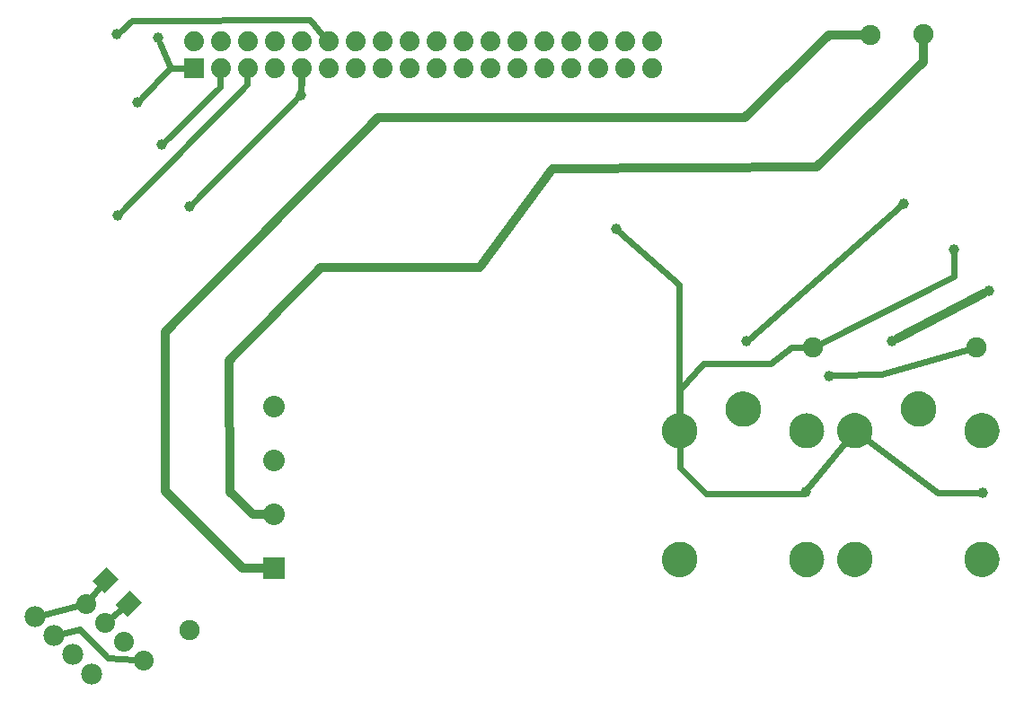
<source format=gtl>
G04 MADE WITH FRITZING*
G04 WWW.FRITZING.ORG*
G04 DOUBLE SIDED*
G04 HOLES PLATED*
G04 CONTOUR ON CENTER OF CONTOUR VECTOR*
%ASAXBY*%
%FSLAX23Y23*%
%MOIN*%
%OFA0B0*%
%SFA1.0B1.0*%
%ADD10C,0.039370*%
%ADD11C,0.078000*%
%ADD12C,0.073889*%
%ADD13C,0.075433*%
%ADD14C,0.080000*%
%ADD15C,0.129921*%
%ADD16C,0.074000*%
%ADD17R,0.080000X0.080000*%
%ADD18R,0.074000X0.074000*%
%ADD19C,0.024000*%
%ADD20C,0.032000*%
%ADD21R,0.001000X0.001000*%
%LNCOPPER1*%
G90*
G70*
G54D10*
X3052Y873D03*
X3709Y868D03*
X572Y2318D03*
X766Y1931D03*
X664Y2163D03*
X495Y2570D03*
X648Y2557D03*
G54D11*
X192Y409D03*
X263Y338D03*
X334Y267D03*
X404Y196D03*
G54D10*
X499Y1899D03*
G54D12*
X595Y244D03*
X524Y315D03*
X453Y385D03*
X383Y456D03*
G54D13*
X766Y357D03*
X3080Y1408D03*
X3686Y1409D03*
X3291Y2569D03*
X3488Y2570D03*
G54D10*
X2350Y1849D03*
X1179Y2344D03*
X2832Y1430D03*
X3416Y1943D03*
X3138Y1303D03*
X3602Y1772D03*
X3733Y1619D03*
X3373Y1432D03*
G54D14*
X1079Y587D03*
X1079Y787D03*
X1079Y987D03*
X1079Y1187D03*
G54D15*
X3471Y1179D03*
X3235Y1099D03*
X3235Y620D03*
X3707Y1099D03*
X3707Y620D03*
X2821Y1179D03*
X2585Y1098D03*
X2585Y620D03*
X3057Y1098D03*
X3057Y620D03*
G54D16*
X781Y2544D03*
X881Y2544D03*
X981Y2544D03*
X1081Y2544D03*
X1181Y2544D03*
X1281Y2544D03*
X1381Y2544D03*
X1481Y2544D03*
X1581Y2544D03*
X1681Y2544D03*
X1781Y2544D03*
X1881Y2544D03*
X1981Y2544D03*
X2081Y2544D03*
X2181Y2544D03*
X2281Y2544D03*
X2381Y2544D03*
X2481Y2544D03*
X781Y2444D03*
X881Y2444D03*
X981Y2444D03*
X1081Y2444D03*
X1181Y2444D03*
X1281Y2444D03*
X1381Y2444D03*
X1481Y2444D03*
X1581Y2444D03*
X1681Y2444D03*
X1781Y2444D03*
X1881Y2444D03*
X1981Y2444D03*
X2081Y2444D03*
X2181Y2444D03*
X2281Y2444D03*
X2381Y2444D03*
X2481Y2444D03*
G54D17*
X1079Y587D03*
G54D18*
X781Y2444D03*
G54D19*
X3064Y888D02*
X3212Y1070D01*
D02*
X2671Y1347D02*
X2923Y1347D01*
D02*
X2923Y1347D02*
X3000Y1409D01*
D02*
X2587Y1251D02*
X2671Y1347D01*
D02*
X3000Y1409D02*
X3051Y1409D01*
D02*
X2585Y1135D02*
X2587Y1251D01*
D02*
X2582Y1643D02*
X2364Y1836D01*
D02*
X1211Y2624D02*
X1260Y2567D01*
D02*
X694Y2444D02*
X585Y2332D01*
D02*
X3541Y869D02*
X3690Y868D01*
D02*
X2584Y1135D02*
X2582Y1643D01*
D02*
X3264Y1077D02*
X3541Y869D01*
D02*
X750Y2444D02*
X694Y2444D01*
D02*
X509Y2583D02*
X553Y2622D01*
D02*
X553Y2622D02*
X1211Y2624D01*
D02*
X655Y2539D02*
X695Y2444D01*
D02*
X695Y2444D02*
X750Y2444D01*
D02*
X677Y2176D02*
X880Y2374D01*
D02*
X880Y2374D02*
X880Y2413D01*
D02*
X512Y1913D02*
X980Y2385D01*
D02*
X980Y2385D02*
X980Y2413D01*
D02*
X349Y448D02*
X221Y416D01*
D02*
X480Y407D02*
X515Y437D01*
D02*
X433Y519D02*
X404Y483D01*
D02*
X464Y254D02*
X360Y362D01*
D02*
X360Y362D02*
X292Y345D01*
D02*
X561Y247D02*
X464Y254D01*
G54D20*
D02*
X3138Y2567D02*
X3256Y2569D01*
D02*
X2825Y2263D02*
X3138Y2567D01*
D02*
X1467Y2262D02*
X2825Y2263D01*
D02*
X675Y1466D02*
X1467Y2262D01*
D02*
X677Y874D02*
X675Y1466D01*
D02*
X962Y587D02*
X677Y874D01*
D02*
X1042Y587D02*
X962Y587D01*
D02*
X1254Y1706D02*
X913Y1359D01*
D02*
X1842Y1704D02*
X1254Y1706D01*
D02*
X2111Y2070D02*
X1842Y1704D01*
D02*
X3094Y2078D02*
X2111Y2070D01*
D02*
X916Y871D02*
X1003Y789D01*
D02*
X913Y1359D02*
X916Y871D01*
D02*
X1003Y789D02*
X1042Y788D01*
D02*
X3489Y2469D02*
X3094Y2078D01*
D02*
X3488Y2535D02*
X3489Y2469D01*
G54D19*
D02*
X3044Y864D02*
X3212Y1070D01*
D02*
X2681Y864D02*
X3044Y864D01*
D02*
X2585Y960D02*
X2681Y864D01*
D02*
X2585Y1061D02*
X2585Y960D01*
D02*
X1180Y2348D02*
X779Y1944D01*
D02*
X1181Y2413D02*
X1180Y2348D01*
D02*
X1180Y2413D02*
X1179Y2363D01*
D02*
X2846Y1443D02*
X3401Y1931D01*
D02*
X3333Y1307D02*
X3157Y1304D01*
D02*
X3658Y1401D02*
X3333Y1307D01*
D02*
X3604Y1671D02*
X3602Y1753D01*
D02*
X3105Y1421D02*
X3604Y1671D01*
G54D20*
D02*
X3711Y1607D02*
X3394Y1443D01*
G36*
X491Y453D02*
X544Y506D01*
X588Y462D01*
X536Y409D01*
X491Y453D01*
G37*
D02*
G36*
X405Y540D02*
X458Y593D01*
X502Y548D01*
X449Y495D01*
X405Y540D01*
G37*
D02*
G54D21*
X3462Y1244D02*
X3479Y1244D01*
X2810Y1243D02*
X2830Y1243D01*
X3457Y1243D02*
X3484Y1243D01*
X2805Y1242D02*
X2835Y1242D01*
X3453Y1242D02*
X3488Y1242D01*
X2801Y1241D02*
X2839Y1241D01*
X3449Y1241D02*
X3491Y1241D01*
X2798Y1240D02*
X2841Y1240D01*
X3447Y1240D02*
X3494Y1240D01*
X2796Y1239D02*
X2844Y1239D01*
X3444Y1239D02*
X3496Y1239D01*
X2793Y1238D02*
X2846Y1238D01*
X3442Y1238D02*
X3498Y1238D01*
X2791Y1237D02*
X2848Y1237D01*
X3440Y1237D02*
X3500Y1237D01*
X2789Y1236D02*
X2850Y1236D01*
X3439Y1236D02*
X3502Y1236D01*
X2788Y1235D02*
X2852Y1235D01*
X3437Y1235D02*
X3504Y1235D01*
X2786Y1234D02*
X2854Y1234D01*
X3435Y1234D02*
X3505Y1234D01*
X2785Y1233D02*
X2855Y1233D01*
X3434Y1233D02*
X3507Y1233D01*
X2783Y1232D02*
X2857Y1232D01*
X3433Y1232D02*
X3508Y1232D01*
X2782Y1231D02*
X2858Y1231D01*
X3431Y1231D02*
X3510Y1231D01*
X2780Y1230D02*
X2859Y1230D01*
X3430Y1230D02*
X3511Y1230D01*
X2779Y1229D02*
X2861Y1229D01*
X3429Y1229D02*
X3512Y1229D01*
X2778Y1228D02*
X2862Y1228D01*
X3428Y1228D02*
X3513Y1228D01*
X2777Y1227D02*
X2863Y1227D01*
X3426Y1227D02*
X3514Y1227D01*
X2776Y1226D02*
X2864Y1226D01*
X3425Y1226D02*
X3515Y1226D01*
X2775Y1225D02*
X2865Y1225D01*
X3424Y1225D02*
X3516Y1225D01*
X2774Y1224D02*
X2866Y1224D01*
X3423Y1224D02*
X3517Y1224D01*
X2773Y1223D02*
X2867Y1223D01*
X3423Y1223D02*
X3518Y1223D01*
X2772Y1222D02*
X2868Y1222D01*
X3422Y1222D02*
X3519Y1222D01*
X2771Y1221D02*
X2869Y1221D01*
X3421Y1221D02*
X3520Y1221D01*
X2770Y1220D02*
X2870Y1220D01*
X3420Y1220D02*
X3521Y1220D01*
X2769Y1219D02*
X2870Y1219D01*
X3419Y1219D02*
X3521Y1219D01*
X2769Y1218D02*
X2871Y1218D01*
X3419Y1218D02*
X3522Y1218D01*
X2768Y1217D02*
X2872Y1217D01*
X3418Y1217D02*
X3523Y1217D01*
X2767Y1216D02*
X2873Y1216D01*
X3417Y1216D02*
X3524Y1216D01*
X2767Y1215D02*
X2873Y1215D01*
X3416Y1215D02*
X3524Y1215D01*
X2766Y1214D02*
X2874Y1214D01*
X3416Y1214D02*
X3525Y1214D01*
X2765Y1213D02*
X2875Y1213D01*
X3415Y1213D02*
X3526Y1213D01*
X2765Y1212D02*
X2875Y1212D01*
X3415Y1212D02*
X3526Y1212D01*
X2764Y1211D02*
X2876Y1211D01*
X3414Y1211D02*
X3527Y1211D01*
X2763Y1210D02*
X2876Y1210D01*
X3413Y1210D02*
X3527Y1210D01*
X2763Y1209D02*
X2877Y1209D01*
X3413Y1209D02*
X3528Y1209D01*
X2762Y1208D02*
X2877Y1208D01*
X3412Y1208D02*
X3528Y1208D01*
X2762Y1207D02*
X2878Y1207D01*
X3412Y1207D02*
X3529Y1207D01*
X2761Y1206D02*
X2878Y1206D01*
X3411Y1206D02*
X3529Y1206D01*
X2761Y1205D02*
X2879Y1205D01*
X3411Y1205D02*
X3465Y1205D01*
X3476Y1205D02*
X3530Y1205D01*
X2761Y1204D02*
X2814Y1204D01*
X2826Y1204D02*
X2879Y1204D01*
X3411Y1204D02*
X3462Y1204D01*
X3479Y1204D02*
X3530Y1204D01*
X2760Y1203D02*
X2811Y1203D01*
X2829Y1203D02*
X2880Y1203D01*
X3410Y1203D02*
X3459Y1203D01*
X3482Y1203D02*
X3530Y1203D01*
X2760Y1202D02*
X2808Y1202D01*
X2832Y1202D02*
X2880Y1202D01*
X3410Y1202D02*
X3457Y1202D01*
X3483Y1202D02*
X3531Y1202D01*
X2759Y1201D02*
X2806Y1201D01*
X2833Y1201D02*
X2880Y1201D01*
X3410Y1201D02*
X3455Y1201D01*
X3485Y1201D02*
X3531Y1201D01*
X2759Y1200D02*
X2805Y1200D01*
X2835Y1200D02*
X2881Y1200D01*
X3409Y1200D02*
X3454Y1200D01*
X3486Y1200D02*
X3532Y1200D01*
X2759Y1199D02*
X2804Y1199D01*
X2836Y1199D02*
X2881Y1199D01*
X3409Y1199D02*
X3453Y1199D01*
X3488Y1199D02*
X3532Y1199D01*
X2758Y1198D02*
X2802Y1198D01*
X2837Y1198D02*
X2881Y1198D01*
X3409Y1198D02*
X3452Y1198D01*
X3489Y1198D02*
X3532Y1198D01*
X2758Y1197D02*
X2801Y1197D01*
X2839Y1197D02*
X2882Y1197D01*
X3408Y1197D02*
X3451Y1197D01*
X3490Y1197D02*
X3532Y1197D01*
X2758Y1196D02*
X2800Y1196D01*
X2839Y1196D02*
X2882Y1196D01*
X3408Y1196D02*
X3450Y1196D01*
X3491Y1196D02*
X3533Y1196D01*
X2758Y1195D02*
X2800Y1195D01*
X2840Y1195D02*
X2882Y1195D01*
X3408Y1195D02*
X3449Y1195D01*
X3491Y1195D02*
X3533Y1195D01*
X2757Y1194D02*
X2799Y1194D01*
X2841Y1194D02*
X2882Y1194D01*
X3408Y1194D02*
X3449Y1194D01*
X3492Y1194D02*
X3533Y1194D01*
X2757Y1193D02*
X2798Y1193D01*
X2842Y1193D02*
X2883Y1193D01*
X3407Y1193D02*
X3448Y1193D01*
X3493Y1193D02*
X3533Y1193D01*
X2757Y1192D02*
X2797Y1192D01*
X2842Y1192D02*
X2883Y1192D01*
X3407Y1192D02*
X3447Y1192D01*
X3493Y1192D02*
X3534Y1192D01*
X2757Y1191D02*
X2797Y1191D01*
X2843Y1191D02*
X2883Y1191D01*
X3407Y1191D02*
X3447Y1191D01*
X3494Y1191D02*
X3534Y1191D01*
X2757Y1190D02*
X2796Y1190D01*
X2844Y1190D02*
X2883Y1190D01*
X3407Y1190D02*
X3446Y1190D01*
X3494Y1190D02*
X3534Y1190D01*
X2756Y1189D02*
X2796Y1189D01*
X2844Y1189D02*
X2883Y1189D01*
X3407Y1189D02*
X3446Y1189D01*
X3495Y1189D02*
X3534Y1189D01*
X2756Y1188D02*
X2795Y1188D01*
X2844Y1188D02*
X2884Y1188D01*
X3407Y1188D02*
X3446Y1188D01*
X3495Y1188D02*
X3534Y1188D01*
X2756Y1187D02*
X2795Y1187D01*
X2845Y1187D02*
X2884Y1187D01*
X3406Y1187D02*
X3445Y1187D01*
X3495Y1187D02*
X3534Y1187D01*
X2756Y1186D02*
X2795Y1186D01*
X2845Y1186D02*
X2884Y1186D01*
X3406Y1186D02*
X3445Y1186D01*
X3496Y1186D02*
X3534Y1186D01*
X2756Y1185D02*
X2794Y1185D01*
X2845Y1185D02*
X2884Y1185D01*
X3406Y1185D02*
X3445Y1185D01*
X3496Y1185D02*
X3535Y1185D01*
X2756Y1184D02*
X2794Y1184D01*
X2846Y1184D02*
X2884Y1184D01*
X3406Y1184D02*
X3445Y1184D01*
X3496Y1184D02*
X3535Y1184D01*
X2756Y1183D02*
X2794Y1183D01*
X2846Y1183D02*
X2884Y1183D01*
X3406Y1183D02*
X3444Y1183D01*
X3496Y1183D02*
X3535Y1183D01*
X2756Y1182D02*
X2794Y1182D01*
X2846Y1182D02*
X2884Y1182D01*
X3406Y1182D02*
X3444Y1182D01*
X3496Y1182D02*
X3535Y1182D01*
X2756Y1181D02*
X2794Y1181D01*
X2846Y1181D02*
X2884Y1181D01*
X3406Y1181D02*
X3444Y1181D01*
X3496Y1181D02*
X3535Y1181D01*
X2756Y1180D02*
X2794Y1180D01*
X2846Y1180D02*
X2884Y1180D01*
X3406Y1180D02*
X3444Y1180D01*
X3496Y1180D02*
X3535Y1180D01*
X2756Y1179D02*
X2794Y1179D01*
X2846Y1179D02*
X2884Y1179D01*
X3406Y1179D02*
X3444Y1179D01*
X3496Y1179D02*
X3535Y1179D01*
X2756Y1178D02*
X2794Y1178D01*
X2846Y1178D02*
X2884Y1178D01*
X3406Y1178D02*
X3444Y1178D01*
X3496Y1178D02*
X3535Y1178D01*
X2756Y1177D02*
X2794Y1177D01*
X2846Y1177D02*
X2884Y1177D01*
X3406Y1177D02*
X3444Y1177D01*
X3496Y1177D02*
X3535Y1177D01*
X2756Y1176D02*
X2794Y1176D01*
X2846Y1176D02*
X2884Y1176D01*
X3406Y1176D02*
X3445Y1176D01*
X3496Y1176D02*
X3535Y1176D01*
X2756Y1175D02*
X2794Y1175D01*
X2846Y1175D02*
X2884Y1175D01*
X3406Y1175D02*
X3445Y1175D01*
X3496Y1175D02*
X3535Y1175D01*
X2756Y1174D02*
X2794Y1174D01*
X2846Y1174D02*
X2884Y1174D01*
X3406Y1174D02*
X3445Y1174D01*
X3496Y1174D02*
X3534Y1174D01*
X2756Y1173D02*
X2794Y1173D01*
X2845Y1173D02*
X2884Y1173D01*
X3406Y1173D02*
X3445Y1173D01*
X3496Y1173D02*
X3534Y1173D01*
X2756Y1172D02*
X2795Y1172D01*
X2845Y1172D02*
X2884Y1172D01*
X3407Y1172D02*
X3445Y1172D01*
X3495Y1172D02*
X3534Y1172D01*
X2756Y1171D02*
X2795Y1171D01*
X2845Y1171D02*
X2884Y1171D01*
X3407Y1171D02*
X3446Y1171D01*
X3495Y1171D02*
X3534Y1171D01*
X2756Y1170D02*
X2795Y1170D01*
X2844Y1170D02*
X2884Y1170D01*
X3407Y1170D02*
X3446Y1170D01*
X3495Y1170D02*
X3534Y1170D01*
X2756Y1169D02*
X2796Y1169D01*
X2844Y1169D02*
X2883Y1169D01*
X3407Y1169D02*
X3447Y1169D01*
X3494Y1169D02*
X3534Y1169D01*
X2757Y1168D02*
X2796Y1168D01*
X2844Y1168D02*
X2883Y1168D01*
X3407Y1168D02*
X3447Y1168D01*
X3494Y1168D02*
X3534Y1168D01*
X2757Y1167D02*
X2797Y1167D01*
X2843Y1167D02*
X2883Y1167D01*
X3407Y1167D02*
X3448Y1167D01*
X3493Y1167D02*
X3533Y1167D01*
X2757Y1166D02*
X2797Y1166D01*
X2842Y1166D02*
X2883Y1166D01*
X3408Y1166D02*
X3448Y1166D01*
X3492Y1166D02*
X3533Y1166D01*
X2757Y1165D02*
X2798Y1165D01*
X2842Y1165D02*
X2883Y1165D01*
X3408Y1165D02*
X3449Y1165D01*
X3492Y1165D02*
X3533Y1165D01*
X2757Y1164D02*
X2799Y1164D01*
X2841Y1164D02*
X2882Y1164D01*
X3234Y1164D02*
X3234Y1164D01*
X3408Y1164D02*
X3450Y1164D01*
X3491Y1164D02*
X3533Y1164D01*
X2580Y1163D02*
X2587Y1163D01*
X2758Y1163D02*
X2800Y1163D01*
X2840Y1163D02*
X2882Y1163D01*
X3053Y1163D02*
X3060Y1163D01*
X3224Y1163D02*
X3244Y1163D01*
X3408Y1163D02*
X3451Y1163D01*
X3490Y1163D02*
X3532Y1163D01*
X3697Y1163D02*
X3717Y1163D01*
X2572Y1162D02*
X2595Y1162D01*
X2758Y1162D02*
X2800Y1162D01*
X2840Y1162D02*
X2882Y1162D01*
X3045Y1162D02*
X3068Y1162D01*
X3219Y1162D02*
X3249Y1162D01*
X3409Y1162D02*
X3451Y1162D01*
X3489Y1162D02*
X3532Y1162D01*
X3692Y1162D02*
X3722Y1162D01*
X2568Y1161D02*
X2600Y1161D01*
X2758Y1161D02*
X2801Y1161D01*
X2839Y1161D02*
X2882Y1161D01*
X3040Y1161D02*
X3072Y1161D01*
X3215Y1161D02*
X3253Y1161D01*
X3409Y1161D02*
X3453Y1161D01*
X3488Y1161D02*
X3532Y1161D01*
X3688Y1161D02*
X3725Y1161D01*
X2564Y1160D02*
X2603Y1160D01*
X2758Y1160D02*
X2802Y1160D01*
X2838Y1160D02*
X2881Y1160D01*
X3037Y1160D02*
X3076Y1160D01*
X3212Y1160D02*
X3256Y1160D01*
X3409Y1160D02*
X3454Y1160D01*
X3487Y1160D02*
X3532Y1160D01*
X3685Y1160D02*
X3728Y1160D01*
X2561Y1159D02*
X2606Y1159D01*
X2759Y1159D02*
X2804Y1159D01*
X2836Y1159D02*
X2881Y1159D01*
X3034Y1159D02*
X3078Y1159D01*
X3210Y1159D02*
X3259Y1159D01*
X3409Y1159D02*
X3455Y1159D01*
X3486Y1159D02*
X3531Y1159D01*
X3682Y1159D02*
X3731Y1159D01*
X2559Y1158D02*
X2609Y1158D01*
X2759Y1158D02*
X2805Y1158D01*
X2835Y1158D02*
X2881Y1158D01*
X3031Y1158D02*
X3081Y1158D01*
X3208Y1158D02*
X3261Y1158D01*
X3410Y1158D02*
X3456Y1158D01*
X3484Y1158D02*
X3531Y1158D01*
X3680Y1158D02*
X3733Y1158D01*
X2557Y1157D02*
X2611Y1157D01*
X2759Y1157D02*
X2806Y1157D01*
X2833Y1157D02*
X2880Y1157D01*
X3029Y1157D02*
X3083Y1157D01*
X3206Y1157D02*
X3263Y1157D01*
X3410Y1157D02*
X3458Y1157D01*
X3482Y1157D02*
X3531Y1157D01*
X3678Y1157D02*
X3735Y1157D01*
X2555Y1156D02*
X2613Y1156D01*
X2760Y1156D02*
X2808Y1156D01*
X2832Y1156D02*
X2880Y1156D01*
X3027Y1156D02*
X3085Y1156D01*
X3204Y1156D02*
X3265Y1156D01*
X3410Y1156D02*
X3460Y1156D01*
X3480Y1156D02*
X3530Y1156D01*
X3676Y1156D02*
X3737Y1156D01*
X2553Y1155D02*
X2615Y1155D01*
X2760Y1155D02*
X2811Y1155D01*
X2829Y1155D02*
X2880Y1155D01*
X3025Y1155D02*
X3087Y1155D01*
X3202Y1155D02*
X3266Y1155D01*
X3411Y1155D02*
X3463Y1155D01*
X3478Y1155D02*
X3530Y1155D01*
X3674Y1155D02*
X3739Y1155D01*
X2551Y1154D02*
X2616Y1154D01*
X2761Y1154D02*
X2814Y1154D01*
X2826Y1154D02*
X2879Y1154D01*
X3024Y1154D02*
X3089Y1154D01*
X3200Y1154D02*
X3268Y1154D01*
X3411Y1154D02*
X3529Y1154D01*
X3673Y1154D02*
X3740Y1154D01*
X2550Y1153D02*
X2618Y1153D01*
X2761Y1153D02*
X2879Y1153D01*
X3022Y1153D02*
X3090Y1153D01*
X3199Y1153D02*
X3270Y1153D01*
X3412Y1153D02*
X3529Y1153D01*
X3671Y1153D02*
X3742Y1153D01*
X2548Y1152D02*
X2620Y1152D01*
X2761Y1152D02*
X2878Y1152D01*
X3020Y1152D02*
X3092Y1152D01*
X3197Y1152D02*
X3271Y1152D01*
X3412Y1152D02*
X3528Y1152D01*
X3670Y1152D02*
X3743Y1152D01*
X2547Y1151D02*
X2621Y1151D01*
X2762Y1151D02*
X2878Y1151D01*
X3019Y1151D02*
X3093Y1151D01*
X3196Y1151D02*
X3272Y1151D01*
X3413Y1151D02*
X3528Y1151D01*
X3668Y1151D02*
X3745Y1151D01*
X2545Y1150D02*
X2622Y1150D01*
X2762Y1150D02*
X2877Y1150D01*
X3018Y1150D02*
X3095Y1150D01*
X3195Y1150D02*
X3274Y1150D01*
X3413Y1150D02*
X3528Y1150D01*
X3667Y1150D02*
X3746Y1150D01*
X2544Y1149D02*
X2624Y1149D01*
X2763Y1149D02*
X2877Y1149D01*
X3016Y1149D02*
X3096Y1149D01*
X3193Y1149D02*
X3275Y1149D01*
X3414Y1149D02*
X3527Y1149D01*
X3666Y1149D02*
X3748Y1149D01*
X2543Y1148D02*
X2625Y1148D01*
X2763Y1148D02*
X2876Y1148D01*
X3015Y1148D02*
X3097Y1148D01*
X3192Y1148D02*
X3276Y1148D01*
X3414Y1148D02*
X3526Y1148D01*
X3664Y1148D02*
X3749Y1148D01*
X2541Y1147D02*
X2626Y1147D01*
X2764Y1147D02*
X2876Y1147D01*
X3014Y1147D02*
X3098Y1147D01*
X3191Y1147D02*
X3277Y1147D01*
X3415Y1147D02*
X3526Y1147D01*
X3663Y1147D02*
X3750Y1147D01*
X2540Y1146D02*
X2627Y1146D01*
X2765Y1146D02*
X2875Y1146D01*
X3013Y1146D02*
X3100Y1146D01*
X3190Y1146D02*
X3279Y1146D01*
X3416Y1146D02*
X3525Y1146D01*
X3662Y1146D02*
X3751Y1146D01*
X2539Y1145D02*
X2628Y1145D01*
X2765Y1145D02*
X2875Y1145D01*
X3012Y1145D02*
X3101Y1145D01*
X3189Y1145D02*
X3280Y1145D01*
X3416Y1145D02*
X3525Y1145D01*
X3661Y1145D02*
X3752Y1145D01*
X2538Y1144D02*
X2629Y1144D01*
X2766Y1144D02*
X2874Y1144D01*
X3011Y1144D02*
X3102Y1144D01*
X3188Y1144D02*
X3281Y1144D01*
X3417Y1144D02*
X3524Y1144D01*
X3660Y1144D02*
X3753Y1144D01*
X2537Y1143D02*
X2630Y1143D01*
X2767Y1143D02*
X2873Y1143D01*
X3010Y1143D02*
X3103Y1143D01*
X3187Y1143D02*
X3281Y1143D01*
X3417Y1143D02*
X3523Y1143D01*
X3659Y1143D02*
X3754Y1143D01*
X2536Y1142D02*
X2631Y1142D01*
X2767Y1142D02*
X2873Y1142D01*
X3009Y1142D02*
X3104Y1142D01*
X3186Y1142D02*
X3282Y1142D01*
X3418Y1142D02*
X3523Y1142D01*
X3658Y1142D02*
X3755Y1142D01*
X2535Y1141D02*
X2632Y1141D01*
X2768Y1141D02*
X2872Y1141D01*
X3008Y1141D02*
X3104Y1141D01*
X3185Y1141D02*
X3283Y1141D01*
X3419Y1141D02*
X3522Y1141D01*
X3658Y1141D02*
X3756Y1141D01*
X2535Y1140D02*
X2633Y1140D01*
X2769Y1140D02*
X2871Y1140D01*
X3007Y1140D02*
X3105Y1140D01*
X3184Y1140D02*
X3284Y1140D01*
X3420Y1140D02*
X3521Y1140D01*
X3657Y1140D02*
X3756Y1140D01*
X2534Y1139D02*
X2634Y1139D01*
X2769Y1139D02*
X2870Y1139D01*
X3006Y1139D02*
X3106Y1139D01*
X3184Y1139D02*
X3285Y1139D01*
X3420Y1139D02*
X3520Y1139D01*
X3656Y1139D02*
X3757Y1139D01*
X2533Y1138D02*
X2634Y1138D01*
X2770Y1138D02*
X2870Y1138D01*
X3005Y1138D02*
X3107Y1138D01*
X3183Y1138D02*
X3285Y1138D01*
X3421Y1138D02*
X3520Y1138D01*
X3655Y1138D02*
X3758Y1138D01*
X2532Y1137D02*
X2635Y1137D01*
X2771Y1137D02*
X2869Y1137D01*
X3005Y1137D02*
X3108Y1137D01*
X3182Y1137D02*
X3286Y1137D01*
X3422Y1137D02*
X3519Y1137D01*
X3655Y1137D02*
X3759Y1137D01*
X2532Y1136D02*
X2636Y1136D01*
X2772Y1136D02*
X2868Y1136D01*
X3004Y1136D02*
X3108Y1136D01*
X3181Y1136D02*
X3287Y1136D01*
X3423Y1136D02*
X3518Y1136D01*
X3654Y1136D02*
X3759Y1136D01*
X2531Y1135D02*
X2637Y1135D01*
X2773Y1135D02*
X2867Y1135D01*
X3003Y1135D02*
X3109Y1135D01*
X3181Y1135D02*
X3288Y1135D01*
X3424Y1135D02*
X3517Y1135D01*
X3653Y1135D02*
X3760Y1135D01*
X2530Y1134D02*
X2637Y1134D01*
X2774Y1134D02*
X2866Y1134D01*
X3003Y1134D02*
X3110Y1134D01*
X3180Y1134D02*
X3288Y1134D01*
X3425Y1134D02*
X3516Y1134D01*
X3652Y1134D02*
X3761Y1134D01*
X2530Y1133D02*
X2638Y1133D01*
X2775Y1133D02*
X2865Y1133D01*
X3002Y1133D02*
X3110Y1133D01*
X3179Y1133D02*
X3289Y1133D01*
X3426Y1133D02*
X3515Y1133D01*
X3652Y1133D02*
X3761Y1133D01*
X2529Y1132D02*
X2639Y1132D01*
X2776Y1132D02*
X2864Y1132D01*
X3001Y1132D02*
X3111Y1132D01*
X3179Y1132D02*
X3290Y1132D01*
X3427Y1132D02*
X3514Y1132D01*
X3651Y1132D02*
X3762Y1132D01*
X2528Y1131D02*
X2639Y1131D01*
X2777Y1131D02*
X2863Y1131D01*
X3001Y1131D02*
X3112Y1131D01*
X3178Y1131D02*
X3290Y1131D01*
X3428Y1131D02*
X3513Y1131D01*
X3651Y1131D02*
X3762Y1131D01*
X2528Y1130D02*
X2640Y1130D01*
X2778Y1130D02*
X2862Y1130D01*
X3000Y1130D02*
X3112Y1130D01*
X3178Y1130D02*
X3291Y1130D01*
X3429Y1130D02*
X3512Y1130D01*
X3650Y1130D02*
X3763Y1130D01*
X2527Y1129D02*
X2640Y1129D01*
X2779Y1129D02*
X2861Y1129D01*
X2999Y1129D02*
X3113Y1129D01*
X3177Y1129D02*
X3291Y1129D01*
X3431Y1129D02*
X3510Y1129D01*
X3650Y1129D02*
X3764Y1129D01*
X2527Y1128D02*
X2641Y1128D01*
X2780Y1128D02*
X2859Y1128D01*
X2999Y1128D02*
X3113Y1128D01*
X3177Y1128D02*
X3292Y1128D01*
X3432Y1128D02*
X3509Y1128D01*
X3649Y1128D02*
X3764Y1128D01*
X2526Y1127D02*
X2641Y1127D01*
X2782Y1127D02*
X2858Y1127D01*
X2998Y1127D02*
X3114Y1127D01*
X3176Y1127D02*
X3292Y1127D01*
X3433Y1127D02*
X3507Y1127D01*
X3649Y1127D02*
X3765Y1127D01*
X2526Y1126D02*
X2642Y1126D01*
X2783Y1126D02*
X2857Y1126D01*
X2998Y1126D02*
X3114Y1126D01*
X3176Y1126D02*
X3293Y1126D01*
X3435Y1126D02*
X3506Y1126D01*
X3648Y1126D02*
X3765Y1126D01*
X2525Y1125D02*
X2642Y1125D01*
X2785Y1125D02*
X2855Y1125D01*
X2998Y1125D02*
X3115Y1125D01*
X3175Y1125D02*
X3293Y1125D01*
X3436Y1125D02*
X3505Y1125D01*
X3648Y1125D02*
X3766Y1125D01*
X2525Y1124D02*
X2643Y1124D01*
X2786Y1124D02*
X2854Y1124D01*
X2997Y1124D02*
X3115Y1124D01*
X3175Y1124D02*
X3228Y1124D01*
X3241Y1124D02*
X3294Y1124D01*
X3438Y1124D02*
X3503Y1124D01*
X3647Y1124D02*
X3700Y1124D01*
X3713Y1124D02*
X3766Y1124D01*
X2524Y1123D02*
X2576Y1123D01*
X2591Y1123D02*
X2643Y1123D01*
X2788Y1123D02*
X2852Y1123D01*
X2997Y1123D02*
X3049Y1123D01*
X3064Y1123D02*
X3116Y1123D01*
X3174Y1123D02*
X3225Y1123D01*
X3244Y1123D02*
X3294Y1123D01*
X3439Y1123D02*
X3501Y1123D01*
X3647Y1123D02*
X3697Y1123D01*
X3716Y1123D02*
X3766Y1123D01*
X2524Y1122D02*
X2574Y1122D01*
X2594Y1122D02*
X2644Y1122D01*
X2789Y1122D02*
X2850Y1122D01*
X2996Y1122D02*
X3046Y1122D01*
X3066Y1122D02*
X3116Y1122D01*
X3174Y1122D02*
X3222Y1122D01*
X3246Y1122D02*
X3294Y1122D01*
X3441Y1122D02*
X3499Y1122D01*
X3646Y1122D02*
X3695Y1122D01*
X3718Y1122D02*
X3767Y1122D01*
X2524Y1121D02*
X2572Y1121D01*
X2596Y1121D02*
X2644Y1121D01*
X2791Y1121D02*
X2849Y1121D01*
X2996Y1121D02*
X3044Y1121D01*
X3068Y1121D02*
X3116Y1121D01*
X3174Y1121D02*
X3221Y1121D01*
X3248Y1121D02*
X3295Y1121D01*
X3443Y1121D02*
X3497Y1121D01*
X3646Y1121D02*
X3693Y1121D01*
X3720Y1121D02*
X3767Y1121D01*
X2523Y1120D02*
X2570Y1120D01*
X2598Y1120D02*
X2644Y1120D01*
X2793Y1120D02*
X2846Y1120D01*
X2996Y1120D02*
X3042Y1120D01*
X3070Y1120D02*
X3117Y1120D01*
X3173Y1120D02*
X3219Y1120D01*
X3249Y1120D02*
X3295Y1120D01*
X3445Y1120D02*
X3495Y1120D01*
X3646Y1120D02*
X3691Y1120D01*
X3722Y1120D02*
X3767Y1120D01*
X2523Y1119D02*
X2568Y1119D01*
X2599Y1119D02*
X2645Y1119D01*
X2796Y1119D02*
X2844Y1119D01*
X2995Y1119D02*
X3041Y1119D01*
X3072Y1119D02*
X3117Y1119D01*
X3173Y1119D02*
X3218Y1119D01*
X3251Y1119D02*
X3295Y1119D01*
X3448Y1119D02*
X3493Y1119D01*
X3645Y1119D02*
X3690Y1119D01*
X3723Y1119D02*
X3768Y1119D01*
X2522Y1118D02*
X2567Y1118D01*
X2600Y1118D02*
X2645Y1118D01*
X2798Y1118D02*
X2841Y1118D01*
X2995Y1118D02*
X3039Y1118D01*
X3073Y1118D02*
X3117Y1118D01*
X3173Y1118D02*
X3217Y1118D01*
X3252Y1118D02*
X3296Y1118D01*
X3451Y1118D02*
X3490Y1118D01*
X3645Y1118D02*
X3689Y1118D01*
X3724Y1118D02*
X3768Y1118D01*
X2522Y1117D02*
X2566Y1117D01*
X2602Y1117D02*
X2645Y1117D01*
X2801Y1117D02*
X2839Y1117D01*
X2995Y1117D02*
X3038Y1117D01*
X3074Y1117D02*
X3118Y1117D01*
X3172Y1117D02*
X3215Y1117D01*
X3253Y1117D02*
X3296Y1117D01*
X3455Y1117D02*
X3486Y1117D01*
X3645Y1117D02*
X3688Y1117D01*
X3725Y1117D02*
X3768Y1117D01*
X2522Y1116D02*
X2565Y1116D01*
X2603Y1116D02*
X2646Y1116D01*
X2805Y1116D02*
X2835Y1116D01*
X2994Y1116D02*
X3037Y1116D01*
X3075Y1116D02*
X3118Y1116D01*
X3172Y1116D02*
X3215Y1116D01*
X3254Y1116D02*
X3296Y1116D01*
X3459Y1116D02*
X3481Y1116D01*
X3645Y1116D02*
X3687Y1116D01*
X3726Y1116D02*
X3769Y1116D01*
X2522Y1115D02*
X2564Y1115D01*
X2604Y1115D02*
X2646Y1115D01*
X2810Y1115D02*
X2830Y1115D01*
X2994Y1115D02*
X3036Y1115D01*
X3076Y1115D02*
X3118Y1115D01*
X3172Y1115D02*
X3214Y1115D01*
X3255Y1115D02*
X3297Y1115D01*
X3468Y1115D02*
X3473Y1115D01*
X3644Y1115D02*
X3686Y1115D01*
X3727Y1115D02*
X3769Y1115D01*
X2521Y1114D02*
X2563Y1114D01*
X2604Y1114D02*
X2646Y1114D01*
X2994Y1114D02*
X3035Y1114D01*
X3077Y1114D02*
X3119Y1114D01*
X3172Y1114D02*
X3213Y1114D01*
X3255Y1114D02*
X3297Y1114D01*
X3644Y1114D02*
X3685Y1114D01*
X3728Y1114D02*
X3769Y1114D01*
X2521Y1113D02*
X2562Y1113D01*
X2605Y1113D02*
X2646Y1113D01*
X2994Y1113D02*
X3035Y1113D01*
X3078Y1113D02*
X3119Y1113D01*
X3171Y1113D02*
X3212Y1113D01*
X3256Y1113D02*
X3297Y1113D01*
X3644Y1113D02*
X3685Y1113D01*
X3729Y1113D02*
X3769Y1113D01*
X2521Y1112D02*
X2562Y1112D01*
X2606Y1112D02*
X2647Y1112D01*
X2993Y1112D02*
X3034Y1112D01*
X3078Y1112D02*
X3119Y1112D01*
X3171Y1112D02*
X3212Y1112D01*
X3257Y1112D02*
X3297Y1112D01*
X3644Y1112D02*
X3684Y1112D01*
X3729Y1112D02*
X3770Y1112D01*
X2521Y1111D02*
X2561Y1111D01*
X2606Y1111D02*
X2647Y1111D01*
X2993Y1111D02*
X3033Y1111D01*
X3079Y1111D02*
X3119Y1111D01*
X3171Y1111D02*
X3211Y1111D01*
X3257Y1111D02*
X3297Y1111D01*
X3643Y1111D02*
X3683Y1111D01*
X3730Y1111D02*
X3770Y1111D01*
X2521Y1110D02*
X2561Y1110D01*
X2607Y1110D02*
X2647Y1110D01*
X2993Y1110D02*
X3033Y1110D01*
X3079Y1110D02*
X3119Y1110D01*
X3171Y1110D02*
X3211Y1110D01*
X3258Y1110D02*
X3298Y1110D01*
X3643Y1110D02*
X3683Y1110D01*
X3730Y1110D02*
X3770Y1110D01*
X2520Y1109D02*
X2560Y1109D01*
X2607Y1109D02*
X2647Y1109D01*
X2993Y1109D02*
X3032Y1109D01*
X3080Y1109D02*
X3120Y1109D01*
X3171Y1109D02*
X3210Y1109D01*
X3258Y1109D02*
X3298Y1109D01*
X3643Y1109D02*
X3682Y1109D01*
X3731Y1109D02*
X3770Y1109D01*
X2520Y1108D02*
X2560Y1108D01*
X2608Y1108D02*
X2647Y1108D01*
X2993Y1108D02*
X3032Y1108D01*
X3080Y1108D02*
X3120Y1108D01*
X3171Y1108D02*
X3210Y1108D01*
X3259Y1108D02*
X3298Y1108D01*
X3643Y1108D02*
X3682Y1108D01*
X3731Y1108D02*
X3770Y1108D01*
X2520Y1107D02*
X2559Y1107D01*
X2608Y1107D02*
X2647Y1107D01*
X2992Y1107D02*
X3032Y1107D01*
X3081Y1107D02*
X3120Y1107D01*
X3170Y1107D02*
X3209Y1107D01*
X3259Y1107D02*
X3298Y1107D01*
X3643Y1107D02*
X3682Y1107D01*
X3731Y1107D02*
X3770Y1107D01*
X2520Y1106D02*
X2559Y1106D01*
X2609Y1106D02*
X2648Y1106D01*
X2992Y1106D02*
X3031Y1106D01*
X3081Y1106D02*
X3120Y1106D01*
X3170Y1106D02*
X3209Y1106D01*
X3259Y1106D02*
X3298Y1106D01*
X3643Y1106D02*
X3681Y1106D01*
X3732Y1106D02*
X3771Y1106D01*
X2520Y1105D02*
X2559Y1105D01*
X2609Y1105D02*
X2648Y1105D01*
X2992Y1105D02*
X3031Y1105D01*
X3081Y1105D02*
X3120Y1105D01*
X3170Y1105D02*
X3209Y1105D01*
X3260Y1105D02*
X3298Y1105D01*
X3642Y1105D02*
X3681Y1105D01*
X3732Y1105D02*
X3771Y1105D01*
X2520Y1104D02*
X2558Y1104D01*
X2609Y1104D02*
X2648Y1104D01*
X2992Y1104D02*
X3031Y1104D01*
X3082Y1104D02*
X3120Y1104D01*
X3170Y1104D02*
X3208Y1104D01*
X3260Y1104D02*
X3298Y1104D01*
X3642Y1104D02*
X3681Y1104D01*
X3732Y1104D02*
X3771Y1104D01*
X2520Y1103D02*
X2558Y1103D01*
X2610Y1103D02*
X2648Y1103D01*
X2992Y1103D02*
X3030Y1103D01*
X3082Y1103D02*
X3120Y1103D01*
X3170Y1103D02*
X3208Y1103D01*
X3260Y1103D02*
X3298Y1103D01*
X3642Y1103D02*
X3681Y1103D01*
X3732Y1103D02*
X3771Y1103D01*
X2520Y1102D02*
X2558Y1102D01*
X2610Y1102D02*
X2648Y1102D01*
X2992Y1102D02*
X3030Y1102D01*
X3082Y1102D02*
X3120Y1102D01*
X3170Y1102D02*
X3208Y1102D01*
X3260Y1102D02*
X3298Y1102D01*
X3642Y1102D02*
X3681Y1102D01*
X3733Y1102D02*
X3771Y1102D01*
X2519Y1101D02*
X2558Y1101D01*
X2610Y1101D02*
X2648Y1101D01*
X2992Y1101D02*
X3030Y1101D01*
X3082Y1101D02*
X3120Y1101D01*
X3170Y1101D02*
X3208Y1101D01*
X3260Y1101D02*
X3299Y1101D01*
X3642Y1101D02*
X3681Y1101D01*
X3733Y1101D02*
X3771Y1101D01*
X2519Y1100D02*
X2558Y1100D01*
X2610Y1100D02*
X2648Y1100D01*
X2992Y1100D02*
X3030Y1100D01*
X3082Y1100D02*
X3120Y1100D01*
X3170Y1100D02*
X3208Y1100D01*
X3260Y1100D02*
X3299Y1100D01*
X3642Y1100D02*
X3680Y1100D01*
X3733Y1100D02*
X3771Y1100D01*
X2519Y1099D02*
X2558Y1099D01*
X2610Y1099D02*
X2648Y1099D01*
X2992Y1099D02*
X3030Y1099D01*
X3082Y1099D02*
X3121Y1099D01*
X3170Y1099D02*
X3208Y1099D01*
X3260Y1099D02*
X3299Y1099D01*
X3642Y1099D02*
X3680Y1099D01*
X3733Y1099D02*
X3771Y1099D01*
X2519Y1098D02*
X2558Y1098D01*
X2610Y1098D02*
X2648Y1098D01*
X2992Y1098D02*
X3030Y1098D01*
X3082Y1098D02*
X3121Y1098D01*
X3170Y1098D02*
X3208Y1098D01*
X3260Y1098D02*
X3299Y1098D01*
X3642Y1098D02*
X3680Y1098D01*
X3733Y1098D02*
X3771Y1098D01*
X2519Y1097D02*
X2558Y1097D01*
X2610Y1097D02*
X2648Y1097D01*
X2992Y1097D02*
X3030Y1097D01*
X3082Y1097D02*
X3121Y1097D01*
X3170Y1097D02*
X3208Y1097D01*
X3260Y1097D02*
X3299Y1097D01*
X3642Y1097D02*
X3681Y1097D01*
X3733Y1097D02*
X3771Y1097D01*
X2519Y1096D02*
X2558Y1096D01*
X2610Y1096D02*
X2648Y1096D01*
X2992Y1096D02*
X3030Y1096D01*
X3082Y1096D02*
X3120Y1096D01*
X3170Y1096D02*
X3208Y1096D01*
X3260Y1096D02*
X3298Y1096D01*
X3642Y1096D02*
X3681Y1096D01*
X3733Y1096D02*
X3771Y1096D01*
X2520Y1095D02*
X2558Y1095D01*
X2610Y1095D02*
X2648Y1095D01*
X2992Y1095D02*
X3030Y1095D01*
X3082Y1095D02*
X3120Y1095D01*
X3170Y1095D02*
X3208Y1095D01*
X3260Y1095D02*
X3298Y1095D01*
X3642Y1095D02*
X3681Y1095D01*
X3732Y1095D02*
X3771Y1095D01*
X2520Y1094D02*
X2558Y1094D01*
X2610Y1094D02*
X2648Y1094D01*
X2992Y1094D02*
X3030Y1094D01*
X3082Y1094D02*
X3120Y1094D01*
X3170Y1094D02*
X3209Y1094D01*
X3260Y1094D02*
X3298Y1094D01*
X3642Y1094D02*
X3681Y1094D01*
X3732Y1094D02*
X3771Y1094D01*
X2520Y1093D02*
X2558Y1093D01*
X2609Y1093D02*
X2648Y1093D01*
X2992Y1093D02*
X3030Y1093D01*
X3082Y1093D02*
X3120Y1093D01*
X3170Y1093D02*
X3209Y1093D01*
X3260Y1093D02*
X3298Y1093D01*
X3642Y1093D02*
X3681Y1093D01*
X3732Y1093D02*
X3771Y1093D01*
X2520Y1092D02*
X2558Y1092D01*
X2609Y1092D02*
X2648Y1092D01*
X2992Y1092D02*
X3031Y1092D01*
X3082Y1092D02*
X3120Y1092D01*
X3170Y1092D02*
X3209Y1092D01*
X3259Y1092D02*
X3298Y1092D01*
X3643Y1092D02*
X3681Y1092D01*
X3732Y1092D02*
X3771Y1092D01*
X2520Y1091D02*
X2559Y1091D01*
X2609Y1091D02*
X2648Y1091D01*
X2992Y1091D02*
X3031Y1091D01*
X3081Y1091D02*
X3120Y1091D01*
X3170Y1091D02*
X3209Y1091D01*
X3259Y1091D02*
X3298Y1091D01*
X3643Y1091D02*
X3682Y1091D01*
X3731Y1091D02*
X3770Y1091D01*
X2520Y1090D02*
X2559Y1090D01*
X2609Y1090D02*
X2648Y1090D01*
X2992Y1090D02*
X3031Y1090D01*
X3081Y1090D02*
X3120Y1090D01*
X3171Y1090D02*
X3210Y1090D01*
X3259Y1090D02*
X3298Y1090D01*
X3643Y1090D02*
X3682Y1090D01*
X3731Y1090D02*
X3770Y1090D01*
X2520Y1089D02*
X2559Y1089D01*
X2608Y1089D02*
X2647Y1089D01*
X2993Y1089D02*
X3032Y1089D01*
X3080Y1089D02*
X3120Y1089D01*
X3171Y1089D02*
X3210Y1089D01*
X3258Y1089D02*
X3298Y1089D01*
X3643Y1089D02*
X3683Y1089D01*
X3731Y1089D02*
X3770Y1089D01*
X2520Y1088D02*
X2560Y1088D01*
X2608Y1088D02*
X2647Y1088D01*
X2993Y1088D02*
X3032Y1088D01*
X3080Y1088D02*
X3120Y1088D01*
X3171Y1088D02*
X3211Y1088D01*
X3258Y1088D02*
X3298Y1088D01*
X3643Y1088D02*
X3683Y1088D01*
X3730Y1088D02*
X3770Y1088D01*
X2520Y1087D02*
X2560Y1087D01*
X2607Y1087D02*
X2647Y1087D01*
X2993Y1087D02*
X3033Y1087D01*
X3080Y1087D02*
X3119Y1087D01*
X3171Y1087D02*
X3211Y1087D01*
X3257Y1087D02*
X3297Y1087D01*
X3643Y1087D02*
X3684Y1087D01*
X3730Y1087D02*
X3770Y1087D01*
X2521Y1086D02*
X2561Y1086D01*
X2607Y1086D02*
X2647Y1086D01*
X2993Y1086D02*
X3033Y1086D01*
X3079Y1086D02*
X3119Y1086D01*
X3171Y1086D02*
X3212Y1086D01*
X3257Y1086D02*
X3297Y1086D01*
X3644Y1086D02*
X3684Y1086D01*
X3729Y1086D02*
X3770Y1086D01*
X2521Y1085D02*
X2561Y1085D01*
X2606Y1085D02*
X2647Y1085D01*
X2993Y1085D02*
X3034Y1085D01*
X3079Y1085D02*
X3119Y1085D01*
X3171Y1085D02*
X3212Y1085D01*
X3256Y1085D02*
X3297Y1085D01*
X3644Y1085D02*
X3685Y1085D01*
X3729Y1085D02*
X3769Y1085D01*
X2521Y1084D02*
X2562Y1084D01*
X2606Y1084D02*
X2646Y1084D01*
X2993Y1084D02*
X3034Y1084D01*
X3078Y1084D02*
X3119Y1084D01*
X3172Y1084D02*
X3213Y1084D01*
X3255Y1084D02*
X3297Y1084D01*
X3644Y1084D02*
X3685Y1084D01*
X3728Y1084D02*
X3769Y1084D01*
X2521Y1083D02*
X2563Y1083D01*
X2605Y1083D02*
X2646Y1083D01*
X2994Y1083D02*
X3035Y1083D01*
X3077Y1083D02*
X3119Y1083D01*
X3172Y1083D02*
X3214Y1083D01*
X3255Y1083D02*
X3296Y1083D01*
X3644Y1083D02*
X3686Y1083D01*
X3727Y1083D02*
X3769Y1083D01*
X2522Y1082D02*
X2564Y1082D01*
X2604Y1082D02*
X2646Y1082D01*
X2994Y1082D02*
X3036Y1082D01*
X3076Y1082D02*
X3118Y1082D01*
X3172Y1082D02*
X3215Y1082D01*
X3254Y1082D02*
X3296Y1082D01*
X3645Y1082D02*
X3687Y1082D01*
X3726Y1082D02*
X3769Y1082D01*
X2522Y1081D02*
X2564Y1081D01*
X2603Y1081D02*
X2646Y1081D01*
X2994Y1081D02*
X3037Y1081D01*
X3075Y1081D02*
X3118Y1081D01*
X3172Y1081D02*
X3216Y1081D01*
X3253Y1081D02*
X3296Y1081D01*
X3645Y1081D02*
X3688Y1081D01*
X3725Y1081D02*
X3768Y1081D01*
X2522Y1080D02*
X2565Y1080D01*
X2602Y1080D02*
X2645Y1080D01*
X2994Y1080D02*
X3038Y1080D01*
X3074Y1080D02*
X3118Y1080D01*
X3173Y1080D02*
X3217Y1080D01*
X3252Y1080D02*
X3296Y1080D01*
X3645Y1080D02*
X3689Y1080D01*
X3724Y1080D02*
X3768Y1080D01*
X2522Y1079D02*
X2567Y1079D01*
X2601Y1079D02*
X2645Y1079D01*
X2995Y1079D02*
X3039Y1079D01*
X3073Y1079D02*
X3118Y1079D01*
X3173Y1079D02*
X3218Y1079D01*
X3250Y1079D02*
X3295Y1079D01*
X3645Y1079D02*
X3690Y1079D01*
X3723Y1079D02*
X3768Y1079D01*
X2523Y1078D02*
X2568Y1078D01*
X2600Y1078D02*
X2645Y1078D01*
X2995Y1078D02*
X3040Y1078D01*
X3072Y1078D02*
X3117Y1078D01*
X3173Y1078D02*
X3219Y1078D01*
X3249Y1078D02*
X3295Y1078D01*
X3646Y1078D02*
X3691Y1078D01*
X3722Y1078D02*
X3767Y1078D01*
X2523Y1077D02*
X2569Y1077D01*
X2599Y1077D02*
X2645Y1077D01*
X2995Y1077D02*
X3041Y1077D01*
X3071Y1077D02*
X3117Y1077D01*
X3174Y1077D02*
X3221Y1077D01*
X3248Y1077D02*
X3295Y1077D01*
X3646Y1077D02*
X3693Y1077D01*
X3720Y1077D02*
X3767Y1077D01*
X2523Y1076D02*
X2571Y1076D01*
X2597Y1076D02*
X2644Y1076D01*
X2996Y1076D02*
X3043Y1076D01*
X3069Y1076D02*
X3117Y1076D01*
X3174Y1076D02*
X3223Y1076D01*
X3246Y1076D02*
X3294Y1076D01*
X3646Y1076D02*
X3695Y1076D01*
X3718Y1076D02*
X3767Y1076D01*
X2524Y1075D02*
X2573Y1075D01*
X2595Y1075D02*
X2644Y1075D01*
X2996Y1075D02*
X3045Y1075D01*
X3067Y1075D02*
X3116Y1075D01*
X3174Y1075D02*
X3225Y1075D01*
X3243Y1075D02*
X3294Y1075D01*
X3647Y1075D02*
X3697Y1075D01*
X3716Y1075D02*
X3766Y1075D01*
X2524Y1074D02*
X2575Y1074D01*
X2592Y1074D02*
X2643Y1074D01*
X2996Y1074D02*
X3047Y1074D01*
X3065Y1074D02*
X3116Y1074D01*
X3175Y1074D02*
X3228Y1074D01*
X3240Y1074D02*
X3294Y1074D01*
X3647Y1074D02*
X3700Y1074D01*
X3713Y1074D02*
X3766Y1074D01*
X2524Y1073D02*
X2579Y1073D01*
X2589Y1073D02*
X2643Y1073D01*
X2997Y1073D02*
X3051Y1073D01*
X3061Y1073D02*
X3115Y1073D01*
X3175Y1073D02*
X3293Y1073D01*
X3648Y1073D02*
X3766Y1073D01*
X2525Y1072D02*
X2643Y1072D01*
X2997Y1072D02*
X3115Y1072D01*
X3176Y1072D02*
X3293Y1072D01*
X3648Y1072D02*
X3765Y1072D01*
X2525Y1071D02*
X2642Y1071D01*
X2998Y1071D02*
X3114Y1071D01*
X3176Y1071D02*
X3292Y1071D01*
X3649Y1071D02*
X3765Y1071D01*
X2526Y1070D02*
X2642Y1070D01*
X2998Y1070D02*
X3114Y1070D01*
X3177Y1070D02*
X3292Y1070D01*
X3649Y1070D02*
X3764Y1070D01*
X2526Y1069D02*
X2641Y1069D01*
X2999Y1069D02*
X3114Y1069D01*
X3177Y1069D02*
X3291Y1069D01*
X3650Y1069D02*
X3764Y1069D01*
X2527Y1068D02*
X2641Y1068D01*
X2999Y1068D02*
X3113Y1068D01*
X3178Y1068D02*
X3291Y1068D01*
X3650Y1068D02*
X3763Y1068D01*
X2527Y1067D02*
X2640Y1067D01*
X3000Y1067D02*
X3112Y1067D01*
X3178Y1067D02*
X3290Y1067D01*
X3651Y1067D02*
X3762Y1067D01*
X2528Y1066D02*
X2639Y1066D01*
X3000Y1066D02*
X3112Y1066D01*
X3179Y1066D02*
X3289Y1066D01*
X3651Y1066D02*
X3762Y1066D01*
X2529Y1065D02*
X2639Y1065D01*
X3001Y1065D02*
X3111Y1065D01*
X3180Y1065D02*
X3289Y1065D01*
X3652Y1065D02*
X3761Y1065D01*
X2529Y1064D02*
X2638Y1064D01*
X3002Y1064D02*
X3111Y1064D01*
X3180Y1064D02*
X3288Y1064D01*
X3653Y1064D02*
X3761Y1064D01*
X2530Y1063D02*
X2638Y1063D01*
X3002Y1063D02*
X3110Y1063D01*
X3181Y1063D02*
X3288Y1063D01*
X3653Y1063D02*
X3760Y1063D01*
X2531Y1062D02*
X2637Y1062D01*
X3003Y1062D02*
X3109Y1062D01*
X3182Y1062D02*
X3287Y1062D01*
X3654Y1062D02*
X3759Y1062D01*
X2531Y1061D02*
X2636Y1061D01*
X3004Y1061D02*
X3109Y1061D01*
X3182Y1061D02*
X3286Y1061D01*
X3655Y1061D02*
X3759Y1061D01*
X2532Y1060D02*
X2636Y1060D01*
X3004Y1060D02*
X3108Y1060D01*
X3183Y1060D02*
X3285Y1060D01*
X3655Y1060D02*
X3758Y1060D01*
X2533Y1059D02*
X2635Y1059D01*
X3005Y1059D02*
X3107Y1059D01*
X3184Y1059D02*
X3285Y1059D01*
X3656Y1059D02*
X3757Y1059D01*
X2533Y1058D02*
X2634Y1058D01*
X3006Y1058D02*
X3106Y1058D01*
X3184Y1058D02*
X3284Y1058D01*
X3657Y1058D02*
X3756Y1058D01*
X2534Y1057D02*
X2633Y1057D01*
X3007Y1057D02*
X3106Y1057D01*
X3185Y1057D02*
X3283Y1057D01*
X3658Y1057D02*
X3755Y1057D01*
X2535Y1056D02*
X2632Y1056D01*
X3007Y1056D02*
X3105Y1056D01*
X3186Y1056D02*
X3282Y1056D01*
X3659Y1056D02*
X3755Y1056D01*
X2536Y1055D02*
X2632Y1055D01*
X3008Y1055D02*
X3104Y1055D01*
X3187Y1055D02*
X3281Y1055D01*
X3659Y1055D02*
X3754Y1055D01*
X2537Y1054D02*
X2631Y1054D01*
X3009Y1054D02*
X3103Y1054D01*
X3188Y1054D02*
X3280Y1054D01*
X3660Y1054D02*
X3753Y1054D01*
X2538Y1053D02*
X2630Y1053D01*
X3010Y1053D02*
X3102Y1053D01*
X3189Y1053D02*
X3279Y1053D01*
X3661Y1053D02*
X3752Y1053D01*
X2539Y1052D02*
X2629Y1052D01*
X3011Y1052D02*
X3101Y1052D01*
X3190Y1052D02*
X3278Y1052D01*
X3662Y1052D02*
X3751Y1052D01*
X2540Y1051D02*
X2628Y1051D01*
X3012Y1051D02*
X3100Y1051D01*
X3191Y1051D02*
X3277Y1051D01*
X3664Y1051D02*
X3750Y1051D01*
X2541Y1050D02*
X2627Y1050D01*
X3013Y1050D02*
X3099Y1050D01*
X3192Y1050D02*
X3276Y1050D01*
X3665Y1050D02*
X3748Y1050D01*
X2542Y1049D02*
X2625Y1049D01*
X3014Y1049D02*
X3098Y1049D01*
X3193Y1049D02*
X3275Y1049D01*
X3666Y1049D02*
X3747Y1049D01*
X2543Y1048D02*
X2624Y1048D01*
X3016Y1048D02*
X3097Y1048D01*
X3195Y1048D02*
X3274Y1048D01*
X3667Y1048D02*
X3746Y1048D01*
X2545Y1047D02*
X2623Y1047D01*
X3017Y1047D02*
X3095Y1047D01*
X3196Y1047D02*
X3272Y1047D01*
X3668Y1047D02*
X3745Y1047D01*
X2546Y1046D02*
X2622Y1046D01*
X3018Y1046D02*
X3094Y1046D01*
X3197Y1046D02*
X3271Y1046D01*
X3670Y1046D02*
X3743Y1046D01*
X2547Y1045D02*
X2620Y1045D01*
X3020Y1045D02*
X3093Y1045D01*
X3199Y1045D02*
X3269Y1045D01*
X3671Y1045D02*
X3742Y1045D01*
X2549Y1044D02*
X2619Y1044D01*
X3021Y1044D02*
X3091Y1044D01*
X3201Y1044D02*
X3268Y1044D01*
X3673Y1044D02*
X3740Y1044D01*
X2550Y1043D02*
X2617Y1043D01*
X3023Y1043D02*
X3089Y1043D01*
X3202Y1043D02*
X3266Y1043D01*
X3675Y1043D02*
X3739Y1043D01*
X2552Y1042D02*
X2615Y1042D01*
X3024Y1042D02*
X3088Y1042D01*
X3204Y1042D02*
X3265Y1042D01*
X3676Y1042D02*
X3737Y1042D01*
X2554Y1041D02*
X2614Y1041D01*
X3026Y1041D02*
X3086Y1041D01*
X3206Y1041D02*
X3263Y1041D01*
X3678Y1041D02*
X3735Y1041D01*
X2556Y1040D02*
X2612Y1040D01*
X3028Y1040D02*
X3084Y1040D01*
X3208Y1040D02*
X3261Y1040D01*
X3680Y1040D02*
X3733Y1040D01*
X2558Y1039D02*
X2610Y1039D01*
X3030Y1039D02*
X3082Y1039D01*
X3210Y1039D02*
X3258Y1039D01*
X3682Y1039D02*
X3731Y1039D01*
X2560Y1038D02*
X2607Y1038D01*
X3033Y1038D02*
X3080Y1038D01*
X3213Y1038D02*
X3256Y1038D01*
X3685Y1038D02*
X3728Y1038D01*
X2563Y1037D02*
X2604Y1037D01*
X3035Y1037D02*
X3077Y1037D01*
X3216Y1037D02*
X3253Y1037D01*
X3688Y1037D02*
X3725Y1037D01*
X2566Y1036D02*
X2601Y1036D01*
X3039Y1036D02*
X3074Y1036D01*
X3220Y1036D02*
X3249Y1036D01*
X3692Y1036D02*
X3721Y1036D01*
X2570Y1035D02*
X2597Y1035D01*
X3043Y1035D02*
X3070Y1035D01*
X3225Y1035D02*
X3243Y1035D01*
X3697Y1035D02*
X3716Y1035D01*
X2576Y1034D02*
X2592Y1034D01*
X3048Y1034D02*
X3064Y1034D01*
X3226Y685D02*
X3242Y685D01*
X3698Y685D02*
X3715Y685D01*
X2574Y684D02*
X2593Y684D01*
X3047Y684D02*
X3066Y684D01*
X3220Y684D02*
X3248Y684D01*
X3693Y684D02*
X3720Y684D01*
X2569Y683D02*
X2598Y683D01*
X3042Y683D02*
X3071Y683D01*
X3217Y683D02*
X3252Y683D01*
X3689Y683D02*
X3724Y683D01*
X2565Y682D02*
X2602Y682D01*
X3038Y682D02*
X3075Y682D01*
X3213Y682D02*
X3255Y682D01*
X3686Y682D02*
X3727Y682D01*
X2562Y681D02*
X2605Y681D01*
X3035Y681D02*
X3078Y681D01*
X3211Y681D02*
X3258Y681D01*
X3683Y681D02*
X3730Y681D01*
X2559Y680D02*
X2608Y680D01*
X3032Y680D02*
X3080Y680D01*
X3208Y680D02*
X3260Y680D01*
X3681Y680D02*
X3733Y680D01*
X2557Y679D02*
X2610Y679D01*
X3030Y679D02*
X3083Y679D01*
X3206Y679D02*
X3262Y679D01*
X3679Y679D02*
X3735Y679D01*
X2555Y678D02*
X2612Y678D01*
X3028Y678D02*
X3085Y678D01*
X3204Y678D02*
X3264Y678D01*
X3676Y678D02*
X3737Y678D01*
X2553Y677D02*
X2614Y677D01*
X3026Y677D02*
X3087Y677D01*
X3202Y677D02*
X3266Y677D01*
X3675Y677D02*
X3738Y677D01*
X2552Y676D02*
X2616Y676D01*
X3024Y676D02*
X3088Y676D01*
X3201Y676D02*
X3268Y676D01*
X3673Y676D02*
X3740Y676D01*
X2550Y675D02*
X2618Y675D01*
X3022Y675D02*
X3090Y675D01*
X3199Y675D02*
X3269Y675D01*
X3672Y675D02*
X3742Y675D01*
X2548Y674D02*
X2619Y674D01*
X3021Y674D02*
X3091Y674D01*
X3198Y674D02*
X3271Y674D01*
X3670Y674D02*
X3743Y674D01*
X2547Y673D02*
X2621Y673D01*
X3019Y673D02*
X3093Y673D01*
X3196Y673D02*
X3272Y673D01*
X3669Y673D02*
X3744Y673D01*
X2546Y672D02*
X2622Y672D01*
X3018Y672D02*
X3094Y672D01*
X3195Y672D02*
X3273Y672D01*
X3667Y672D02*
X3746Y672D01*
X2544Y671D02*
X2623Y671D01*
X3017Y671D02*
X3096Y671D01*
X3194Y671D02*
X3275Y671D01*
X3666Y671D02*
X3747Y671D01*
X2543Y670D02*
X2625Y670D01*
X3015Y670D02*
X3097Y670D01*
X3192Y670D02*
X3276Y670D01*
X3665Y670D02*
X3748Y670D01*
X2542Y669D02*
X2626Y669D01*
X3014Y669D02*
X3098Y669D01*
X3191Y669D02*
X3277Y669D01*
X3664Y669D02*
X3749Y669D01*
X2541Y668D02*
X2627Y668D01*
X3013Y668D02*
X3099Y668D01*
X3190Y668D02*
X3278Y668D01*
X3663Y668D02*
X3751Y668D01*
X2540Y667D02*
X2628Y667D01*
X3012Y667D02*
X3100Y667D01*
X3189Y667D02*
X3279Y667D01*
X3662Y667D02*
X3752Y667D01*
X2538Y666D02*
X2629Y666D01*
X3011Y666D02*
X3101Y666D01*
X3188Y666D02*
X3280Y666D01*
X3661Y666D02*
X3753Y666D01*
X2538Y665D02*
X2630Y665D01*
X3010Y665D02*
X3102Y665D01*
X3187Y665D02*
X3281Y665D01*
X3660Y665D02*
X3753Y665D01*
X2537Y664D02*
X2631Y664D01*
X3009Y664D02*
X3103Y664D01*
X3186Y664D02*
X3282Y664D01*
X3659Y664D02*
X3754Y664D01*
X2536Y663D02*
X2632Y663D01*
X3008Y663D02*
X3104Y663D01*
X3185Y663D02*
X3283Y663D01*
X3658Y663D02*
X3755Y663D01*
X2535Y662D02*
X2633Y662D01*
X3007Y662D02*
X3105Y662D01*
X3185Y662D02*
X3284Y662D01*
X3657Y662D02*
X3756Y662D01*
X2534Y661D02*
X2634Y661D01*
X3006Y661D02*
X3106Y661D01*
X3184Y661D02*
X3285Y661D01*
X3656Y661D02*
X3757Y661D01*
X2533Y660D02*
X2634Y660D01*
X3006Y660D02*
X3107Y660D01*
X3183Y660D02*
X3285Y660D01*
X3655Y660D02*
X3758Y660D01*
X2533Y659D02*
X2635Y659D01*
X3005Y659D02*
X3107Y659D01*
X3182Y659D02*
X3286Y659D01*
X3655Y659D02*
X3758Y659D01*
X2532Y658D02*
X2636Y658D01*
X3004Y658D02*
X3108Y658D01*
X3182Y658D02*
X3287Y658D01*
X3654Y658D02*
X3759Y658D01*
X2531Y657D02*
X2636Y657D01*
X3003Y657D02*
X3109Y657D01*
X3181Y657D02*
X3287Y657D01*
X3653Y657D02*
X3760Y657D01*
X2530Y656D02*
X2637Y656D01*
X3003Y656D02*
X3110Y656D01*
X3180Y656D02*
X3288Y656D01*
X3653Y656D02*
X3760Y656D01*
X2530Y655D02*
X2638Y655D01*
X3002Y655D02*
X3110Y655D01*
X3180Y655D02*
X3289Y655D01*
X3652Y655D02*
X3761Y655D01*
X2529Y654D02*
X2638Y654D01*
X3001Y654D02*
X3111Y654D01*
X3179Y654D02*
X3289Y654D01*
X3651Y654D02*
X3762Y654D01*
X2528Y653D02*
X2639Y653D01*
X3001Y653D02*
X3111Y653D01*
X3178Y653D02*
X3290Y653D01*
X3651Y653D02*
X3762Y653D01*
X2528Y652D02*
X2640Y652D01*
X3000Y652D02*
X3112Y652D01*
X3178Y652D02*
X3291Y652D01*
X3650Y652D02*
X3763Y652D01*
X2527Y651D02*
X2640Y651D01*
X3000Y651D02*
X3113Y651D01*
X3177Y651D02*
X3291Y651D01*
X3650Y651D02*
X3763Y651D01*
X2527Y650D02*
X2641Y650D01*
X2999Y650D02*
X3113Y650D01*
X3177Y650D02*
X3292Y650D01*
X3649Y650D02*
X3764Y650D01*
X2526Y649D02*
X2641Y649D01*
X2999Y649D02*
X3114Y649D01*
X3176Y649D02*
X3292Y649D01*
X3649Y649D02*
X3764Y649D01*
X2526Y648D02*
X2642Y648D01*
X2998Y648D02*
X3114Y648D01*
X3176Y648D02*
X3293Y648D01*
X3648Y648D02*
X3765Y648D01*
X2525Y647D02*
X2642Y647D01*
X2998Y647D02*
X3115Y647D01*
X3175Y647D02*
X3293Y647D01*
X3648Y647D02*
X3765Y647D01*
X2525Y646D02*
X2643Y646D01*
X2997Y646D02*
X3115Y646D01*
X3175Y646D02*
X3229Y646D01*
X3239Y646D02*
X3294Y646D01*
X3647Y646D02*
X3701Y646D01*
X3712Y646D02*
X3766Y646D01*
X2524Y645D02*
X2578Y645D01*
X2590Y645D02*
X2643Y645D01*
X2997Y645D02*
X3050Y645D01*
X3062Y645D02*
X3116Y645D01*
X3174Y645D02*
X3225Y645D01*
X3243Y645D02*
X3294Y645D01*
X3647Y645D02*
X3698Y645D01*
X3715Y645D02*
X3766Y645D01*
X2524Y644D02*
X2574Y644D01*
X2593Y644D02*
X2644Y644D01*
X2996Y644D02*
X3047Y644D01*
X3065Y644D02*
X3116Y644D01*
X3174Y644D02*
X3223Y644D01*
X3245Y644D02*
X3294Y644D01*
X3646Y644D02*
X3695Y644D01*
X3718Y644D02*
X3767Y644D01*
X2524Y643D02*
X2572Y643D01*
X2595Y643D02*
X2644Y643D01*
X2996Y643D02*
X3045Y643D01*
X3068Y643D02*
X3116Y643D01*
X3174Y643D02*
X3221Y643D01*
X3247Y643D02*
X3295Y643D01*
X3646Y643D02*
X3693Y643D01*
X3720Y643D02*
X3767Y643D01*
X2523Y642D02*
X2570Y642D01*
X2597Y642D02*
X2644Y642D01*
X2996Y642D02*
X3043Y642D01*
X3070Y642D02*
X3117Y642D01*
X3173Y642D02*
X3219Y642D01*
X3249Y642D02*
X3295Y642D01*
X3646Y642D02*
X3692Y642D01*
X3721Y642D02*
X3767Y642D01*
X2523Y641D02*
X2569Y641D01*
X2599Y641D02*
X2645Y641D01*
X2995Y641D02*
X3041Y641D01*
X3071Y641D02*
X3117Y641D01*
X3173Y641D02*
X3218Y641D01*
X3250Y641D02*
X3295Y641D01*
X3645Y641D02*
X3690Y641D01*
X3723Y641D02*
X3768Y641D01*
X2523Y640D02*
X2567Y640D01*
X2600Y640D02*
X2645Y640D01*
X2995Y640D02*
X3040Y640D01*
X3072Y640D02*
X3117Y640D01*
X3173Y640D02*
X3217Y640D01*
X3251Y640D02*
X3296Y640D01*
X3645Y640D02*
X3689Y640D01*
X3724Y640D02*
X3768Y640D01*
X2522Y639D02*
X2566Y639D01*
X2601Y639D02*
X2645Y639D01*
X2995Y639D02*
X3039Y639D01*
X3074Y639D02*
X3118Y639D01*
X3172Y639D02*
X3216Y639D01*
X3253Y639D02*
X3296Y639D01*
X3645Y639D02*
X3688Y639D01*
X3725Y639D02*
X3768Y639D01*
X2522Y638D02*
X2565Y638D01*
X2602Y638D02*
X2646Y638D01*
X2994Y638D02*
X3037Y638D01*
X3075Y638D02*
X3118Y638D01*
X3172Y638D02*
X3215Y638D01*
X3254Y638D02*
X3296Y638D01*
X3645Y638D02*
X3687Y638D01*
X3726Y638D02*
X3769Y638D01*
X2522Y637D02*
X2564Y637D01*
X2603Y637D02*
X2646Y637D01*
X2994Y637D02*
X3037Y637D01*
X3076Y637D02*
X3118Y637D01*
X3172Y637D02*
X3214Y637D01*
X3254Y637D02*
X3296Y637D01*
X3644Y637D02*
X3686Y637D01*
X3727Y637D02*
X3769Y637D01*
X2521Y636D02*
X2563Y636D01*
X2604Y636D02*
X2646Y636D01*
X2994Y636D02*
X3036Y636D01*
X3077Y636D02*
X3118Y636D01*
X3172Y636D02*
X3213Y636D01*
X3255Y636D02*
X3297Y636D01*
X3644Y636D02*
X3686Y636D01*
X3728Y636D02*
X3769Y636D01*
X2521Y635D02*
X2563Y635D01*
X2605Y635D02*
X2646Y635D01*
X2994Y635D02*
X3035Y635D01*
X3077Y635D02*
X3119Y635D01*
X3171Y635D02*
X3212Y635D01*
X3256Y635D02*
X3297Y635D01*
X3644Y635D02*
X3685Y635D01*
X3728Y635D02*
X3769Y635D01*
X2521Y634D02*
X2562Y634D01*
X2606Y634D02*
X2647Y634D01*
X2993Y634D02*
X3034Y634D01*
X3078Y634D02*
X3119Y634D01*
X3171Y634D02*
X3212Y634D01*
X3257Y634D02*
X3297Y634D01*
X3644Y634D02*
X3684Y634D01*
X3729Y634D02*
X3770Y634D01*
X2521Y633D02*
X2561Y633D01*
X2606Y633D02*
X2647Y633D01*
X2993Y633D02*
X3034Y633D01*
X3079Y633D02*
X3119Y633D01*
X3171Y633D02*
X3211Y633D01*
X3257Y633D02*
X3297Y633D01*
X3643Y633D02*
X3684Y633D01*
X3729Y633D02*
X3770Y633D01*
X2521Y632D02*
X2561Y632D01*
X2607Y632D02*
X2647Y632D01*
X2993Y632D02*
X3033Y632D01*
X3079Y632D02*
X3119Y632D01*
X3171Y632D02*
X3211Y632D01*
X3258Y632D02*
X3298Y632D01*
X3643Y632D02*
X3683Y632D01*
X3730Y632D02*
X3770Y632D01*
X2520Y631D02*
X2560Y631D01*
X2607Y631D02*
X2647Y631D01*
X2993Y631D02*
X3033Y631D01*
X3080Y631D02*
X3119Y631D01*
X3171Y631D02*
X3210Y631D01*
X3258Y631D02*
X3298Y631D01*
X3643Y631D02*
X3683Y631D01*
X3731Y631D02*
X3770Y631D01*
X2520Y630D02*
X2560Y630D01*
X2608Y630D02*
X2647Y630D01*
X2993Y630D02*
X3032Y630D01*
X3080Y630D02*
X3120Y630D01*
X3171Y630D02*
X3210Y630D01*
X3259Y630D02*
X3298Y630D01*
X3643Y630D02*
X3682Y630D01*
X3731Y630D02*
X3770Y630D01*
X2520Y629D02*
X2559Y629D01*
X2608Y629D02*
X2647Y629D01*
X2992Y629D02*
X3032Y629D01*
X3081Y629D02*
X3120Y629D01*
X3170Y629D02*
X3209Y629D01*
X3259Y629D02*
X3298Y629D01*
X3643Y629D02*
X3682Y629D01*
X3731Y629D02*
X3770Y629D01*
X2520Y628D02*
X2559Y628D01*
X2609Y628D02*
X2648Y628D01*
X2992Y628D02*
X3031Y628D01*
X3081Y628D02*
X3120Y628D01*
X3170Y628D02*
X3209Y628D01*
X3259Y628D02*
X3298Y628D01*
X3643Y628D02*
X3681Y628D01*
X3732Y628D02*
X3771Y628D01*
X2520Y627D02*
X2559Y627D01*
X2609Y627D02*
X2648Y627D01*
X2992Y627D02*
X3031Y627D01*
X3081Y627D02*
X3120Y627D01*
X3170Y627D02*
X3209Y627D01*
X3260Y627D02*
X3298Y627D01*
X3642Y627D02*
X3681Y627D01*
X3732Y627D02*
X3771Y627D01*
X2520Y626D02*
X2558Y626D01*
X2609Y626D02*
X2648Y626D01*
X2992Y626D02*
X3031Y626D01*
X3082Y626D02*
X3120Y626D01*
X3170Y626D02*
X3209Y626D01*
X3260Y626D02*
X3298Y626D01*
X3642Y626D02*
X3681Y626D01*
X3732Y626D02*
X3771Y626D01*
X2520Y625D02*
X2558Y625D01*
X2609Y625D02*
X2648Y625D01*
X2992Y625D02*
X3030Y625D01*
X3082Y625D02*
X3120Y625D01*
X3170Y625D02*
X3208Y625D01*
X3260Y625D02*
X3298Y625D01*
X3642Y625D02*
X3681Y625D01*
X3732Y625D02*
X3771Y625D01*
X2520Y624D02*
X2558Y624D01*
X2610Y624D02*
X2648Y624D01*
X2992Y624D02*
X3030Y624D01*
X3082Y624D02*
X3120Y624D01*
X3170Y624D02*
X3208Y624D01*
X3260Y624D02*
X3298Y624D01*
X3642Y624D02*
X3681Y624D01*
X3733Y624D02*
X3771Y624D01*
X2519Y623D02*
X2558Y623D01*
X2610Y623D02*
X2648Y623D01*
X2992Y623D02*
X3030Y623D01*
X3082Y623D02*
X3120Y623D01*
X3170Y623D02*
X3208Y623D01*
X3260Y623D02*
X3299Y623D01*
X3642Y623D02*
X3681Y623D01*
X3733Y623D02*
X3771Y623D01*
X2519Y622D02*
X2558Y622D01*
X2610Y622D02*
X2648Y622D01*
X2992Y622D02*
X3030Y622D01*
X3082Y622D02*
X3120Y622D01*
X3170Y622D02*
X3208Y622D01*
X3260Y622D02*
X3299Y622D01*
X3642Y622D02*
X3680Y622D01*
X3733Y622D02*
X3771Y622D01*
X2519Y621D02*
X2558Y621D01*
X2610Y621D02*
X2648Y621D01*
X2992Y621D02*
X3030Y621D01*
X3082Y621D02*
X3121Y621D01*
X3170Y621D02*
X3208Y621D01*
X3260Y621D02*
X3299Y621D01*
X3642Y621D02*
X3680Y621D01*
X3733Y621D02*
X3771Y621D01*
X2519Y620D02*
X2558Y620D01*
X2610Y620D02*
X2648Y620D01*
X2992Y620D02*
X3030Y620D01*
X3082Y620D02*
X3121Y620D01*
X3170Y620D02*
X3208Y620D01*
X3260Y620D02*
X3299Y620D01*
X3642Y620D02*
X3680Y620D01*
X3733Y620D02*
X3771Y620D01*
X2519Y619D02*
X2558Y619D01*
X2610Y619D02*
X2648Y619D01*
X2992Y619D02*
X3030Y619D01*
X3082Y619D02*
X3121Y619D01*
X3170Y619D02*
X3208Y619D01*
X3260Y619D02*
X3299Y619D01*
X3642Y619D02*
X3681Y619D01*
X3733Y619D02*
X3771Y619D01*
X2519Y618D02*
X2558Y618D01*
X2610Y618D02*
X2648Y618D01*
X2992Y618D02*
X3030Y618D01*
X3082Y618D02*
X3120Y618D01*
X3170Y618D02*
X3208Y618D01*
X3260Y618D02*
X3298Y618D01*
X3642Y618D02*
X3681Y618D01*
X3733Y618D02*
X3771Y618D01*
X2519Y617D02*
X2558Y617D01*
X2610Y617D02*
X2648Y617D01*
X2992Y617D02*
X3030Y617D01*
X3082Y617D02*
X3120Y617D01*
X3170Y617D02*
X3208Y617D01*
X3260Y617D02*
X3298Y617D01*
X3642Y617D02*
X3681Y617D01*
X3732Y617D02*
X3771Y617D01*
X2520Y616D02*
X2558Y616D01*
X2610Y616D02*
X2648Y616D01*
X2992Y616D02*
X3030Y616D01*
X3082Y616D02*
X3120Y616D01*
X3170Y616D02*
X3208Y616D01*
X3260Y616D02*
X3298Y616D01*
X3642Y616D02*
X3681Y616D01*
X3732Y616D02*
X3771Y616D01*
X2520Y615D02*
X2558Y615D01*
X2609Y615D02*
X2648Y615D01*
X2992Y615D02*
X3030Y615D01*
X3082Y615D02*
X3120Y615D01*
X3170Y615D02*
X3209Y615D01*
X3260Y615D02*
X3298Y615D01*
X3642Y615D02*
X3681Y615D01*
X3732Y615D02*
X3771Y615D01*
X2520Y614D02*
X2558Y614D01*
X2609Y614D02*
X2648Y614D01*
X2992Y614D02*
X3031Y614D01*
X3082Y614D02*
X3120Y614D01*
X3170Y614D02*
X3209Y614D01*
X3259Y614D02*
X3298Y614D01*
X3643Y614D02*
X3681Y614D01*
X3732Y614D02*
X3771Y614D01*
X2520Y613D02*
X2559Y613D01*
X2609Y613D02*
X2648Y613D01*
X2992Y613D02*
X3031Y613D01*
X3081Y613D02*
X3120Y613D01*
X3170Y613D02*
X3209Y613D01*
X3259Y613D02*
X3298Y613D01*
X3643Y613D02*
X3682Y613D01*
X3732Y613D02*
X3770Y613D01*
X2520Y612D02*
X2559Y612D01*
X2609Y612D02*
X2648Y612D01*
X2992Y612D02*
X3031Y612D01*
X3081Y612D02*
X3120Y612D01*
X3170Y612D02*
X3210Y612D01*
X3259Y612D02*
X3298Y612D01*
X3643Y612D02*
X3682Y612D01*
X3731Y612D02*
X3770Y612D01*
X2520Y611D02*
X2559Y611D01*
X2608Y611D02*
X2647Y611D01*
X2992Y611D02*
X3032Y611D01*
X3081Y611D02*
X3120Y611D01*
X3171Y611D02*
X3210Y611D01*
X3258Y611D02*
X3298Y611D01*
X3643Y611D02*
X3682Y611D01*
X3731Y611D02*
X3770Y611D01*
X2520Y610D02*
X2560Y610D01*
X2608Y610D02*
X2647Y610D01*
X2993Y610D02*
X3032Y610D01*
X3080Y610D02*
X3120Y610D01*
X3171Y610D02*
X3211Y610D01*
X3258Y610D02*
X3298Y610D01*
X3643Y610D02*
X3683Y610D01*
X3730Y610D02*
X3770Y610D01*
X2520Y609D02*
X2560Y609D01*
X2607Y609D02*
X2647Y609D01*
X2993Y609D02*
X3033Y609D01*
X3080Y609D02*
X3119Y609D01*
X3171Y609D02*
X3211Y609D01*
X3257Y609D02*
X3297Y609D01*
X3643Y609D02*
X3683Y609D01*
X3730Y609D02*
X3770Y609D01*
X2521Y608D02*
X2561Y608D01*
X2607Y608D02*
X2647Y608D01*
X2993Y608D02*
X3033Y608D01*
X3079Y608D02*
X3119Y608D01*
X3171Y608D02*
X3212Y608D01*
X3257Y608D02*
X3297Y608D01*
X3643Y608D02*
X3684Y608D01*
X3729Y608D02*
X3770Y608D01*
X2521Y607D02*
X2561Y607D01*
X2606Y607D02*
X2647Y607D01*
X2993Y607D02*
X3034Y607D01*
X3079Y607D02*
X3119Y607D01*
X3171Y607D02*
X3212Y607D01*
X3256Y607D02*
X3297Y607D01*
X3644Y607D02*
X3684Y607D01*
X3729Y607D02*
X3769Y607D01*
X2521Y606D02*
X2562Y606D01*
X2606Y606D02*
X2647Y606D01*
X2993Y606D02*
X3034Y606D01*
X3078Y606D02*
X3119Y606D01*
X3172Y606D02*
X3213Y606D01*
X3256Y606D02*
X3297Y606D01*
X3644Y606D02*
X3685Y606D01*
X3728Y606D02*
X3769Y606D01*
X2521Y605D02*
X2563Y605D01*
X2605Y605D02*
X2646Y605D01*
X2994Y605D02*
X3035Y605D01*
X3077Y605D02*
X3119Y605D01*
X3172Y605D02*
X3214Y605D01*
X3255Y605D02*
X3297Y605D01*
X3644Y605D02*
X3686Y605D01*
X3727Y605D02*
X3769Y605D01*
X2521Y604D02*
X2563Y604D01*
X2604Y604D02*
X2646Y604D01*
X2994Y604D02*
X3036Y604D01*
X3077Y604D02*
X3118Y604D01*
X3172Y604D02*
X3214Y604D01*
X3254Y604D02*
X3296Y604D01*
X3644Y604D02*
X3687Y604D01*
X3726Y604D02*
X3769Y604D01*
X2522Y603D02*
X2564Y603D01*
X2603Y603D02*
X2646Y603D01*
X2994Y603D02*
X3037Y603D01*
X3076Y603D02*
X3118Y603D01*
X3172Y603D02*
X3215Y603D01*
X3253Y603D02*
X3296Y603D01*
X3645Y603D02*
X3688Y603D01*
X3725Y603D02*
X3768Y603D01*
X2522Y602D02*
X2565Y602D01*
X2602Y602D02*
X2646Y602D01*
X2994Y602D02*
X3037Y602D01*
X3075Y602D02*
X3118Y602D01*
X3173Y602D02*
X3216Y602D01*
X3252Y602D02*
X3296Y602D01*
X3645Y602D02*
X3689Y602D01*
X3724Y602D02*
X3768Y602D01*
X2522Y601D02*
X2566Y601D01*
X2601Y601D02*
X2645Y601D01*
X2995Y601D02*
X3039Y601D01*
X3074Y601D02*
X3118Y601D01*
X3173Y601D02*
X3218Y601D01*
X3251Y601D02*
X3296Y601D01*
X3645Y601D02*
X3690Y601D01*
X3723Y601D02*
X3768Y601D01*
X2523Y600D02*
X2567Y600D01*
X2600Y600D02*
X2645Y600D01*
X2995Y600D02*
X3040Y600D01*
X3073Y600D02*
X3117Y600D01*
X3173Y600D02*
X3219Y600D01*
X3250Y600D02*
X3295Y600D01*
X3646Y600D02*
X3691Y600D01*
X3722Y600D02*
X3768Y600D01*
X2523Y599D02*
X2569Y599D01*
X2599Y599D02*
X2645Y599D01*
X2995Y599D02*
X3041Y599D01*
X3071Y599D02*
X3117Y599D01*
X3174Y599D02*
X3220Y599D01*
X3248Y599D02*
X3295Y599D01*
X3646Y599D02*
X3693Y599D01*
X3721Y599D02*
X3767Y599D01*
X2523Y598D02*
X2570Y598D01*
X2597Y598D02*
X2644Y598D01*
X2996Y598D02*
X3043Y598D01*
X3070Y598D02*
X3117Y598D01*
X3174Y598D02*
X3222Y598D01*
X3246Y598D02*
X3294Y598D01*
X3646Y598D02*
X3694Y598D01*
X3719Y598D02*
X3767Y598D01*
X2524Y597D02*
X2572Y597D01*
X2595Y597D02*
X2644Y597D01*
X2996Y597D02*
X3044Y597D01*
X3068Y597D02*
X3116Y597D01*
X3174Y597D02*
X3224Y597D01*
X3244Y597D02*
X3294Y597D01*
X3647Y597D02*
X3697Y597D01*
X3717Y597D02*
X3766Y597D01*
X2524Y596D02*
X2574Y596D01*
X2593Y596D02*
X2644Y596D01*
X2996Y596D02*
X3047Y596D01*
X3066Y596D02*
X3116Y596D01*
X3175Y596D02*
X3227Y596D01*
X3241Y596D02*
X3294Y596D01*
X3647Y596D02*
X3699Y596D01*
X3714Y596D02*
X3766Y596D01*
X2524Y595D02*
X2577Y595D01*
X2590Y595D02*
X2643Y595D01*
X2997Y595D02*
X3050Y595D01*
X3063Y595D02*
X3116Y595D01*
X3175Y595D02*
X3293Y595D01*
X3647Y595D02*
X3766Y595D01*
X2525Y594D02*
X2643Y594D01*
X2997Y594D02*
X3115Y594D01*
X3176Y594D02*
X3293Y594D01*
X3648Y594D02*
X3765Y594D01*
X2525Y593D02*
X2642Y593D01*
X2998Y593D02*
X3115Y593D01*
X3176Y593D02*
X3292Y593D01*
X3648Y593D02*
X3765Y593D01*
X2526Y592D02*
X2642Y592D01*
X2998Y592D02*
X3114Y592D01*
X3177Y592D02*
X3292Y592D01*
X3649Y592D02*
X3764Y592D01*
X2526Y591D02*
X2641Y591D01*
X2999Y591D02*
X3114Y591D01*
X3177Y591D02*
X3291Y591D01*
X3649Y591D02*
X3764Y591D01*
X2527Y590D02*
X2641Y590D01*
X2999Y590D02*
X3113Y590D01*
X3178Y590D02*
X3291Y590D01*
X3650Y590D02*
X3763Y590D01*
X2527Y589D02*
X2640Y589D01*
X3000Y589D02*
X3113Y589D01*
X3178Y589D02*
X3290Y589D01*
X3651Y589D02*
X3763Y589D01*
X2528Y588D02*
X2640Y588D01*
X3000Y588D02*
X3112Y588D01*
X3179Y588D02*
X3290Y588D01*
X3651Y588D02*
X3762Y588D01*
X2528Y587D02*
X2639Y587D01*
X3001Y587D02*
X3111Y587D01*
X3179Y587D02*
X3289Y587D01*
X3652Y587D02*
X3761Y587D01*
X2529Y586D02*
X2638Y586D01*
X3001Y586D02*
X3111Y586D01*
X3180Y586D02*
X3288Y586D01*
X3652Y586D02*
X3761Y586D01*
X2530Y585D02*
X2638Y585D01*
X3002Y585D02*
X3110Y585D01*
X3181Y585D02*
X3288Y585D01*
X3653Y585D02*
X3760Y585D01*
X2530Y584D02*
X2637Y584D01*
X3003Y584D02*
X3110Y584D01*
X3181Y584D02*
X3287Y584D01*
X3654Y584D02*
X3759Y584D01*
X2531Y583D02*
X2637Y583D01*
X3003Y583D02*
X3109Y583D01*
X3182Y583D02*
X3286Y583D01*
X3654Y583D02*
X3759Y583D01*
X2532Y582D02*
X2636Y582D01*
X3004Y582D02*
X3108Y582D01*
X3183Y582D02*
X3286Y582D01*
X3655Y582D02*
X3758Y582D01*
X2533Y581D02*
X2635Y581D01*
X3005Y581D02*
X3107Y581D01*
X3184Y581D02*
X3285Y581D01*
X3656Y581D02*
X3757Y581D01*
X2533Y580D02*
X2634Y580D01*
X3006Y580D02*
X3107Y580D01*
X3184Y580D02*
X3284Y580D01*
X3657Y580D02*
X3757Y580D01*
X2534Y579D02*
X2634Y579D01*
X3006Y579D02*
X3106Y579D01*
X3185Y579D02*
X3283Y579D01*
X3657Y579D02*
X3756Y579D01*
X2535Y578D02*
X2633Y578D01*
X3007Y578D02*
X3105Y578D01*
X3186Y578D02*
X3282Y578D01*
X3658Y578D02*
X3755Y578D01*
X2536Y577D02*
X2632Y577D01*
X3008Y577D02*
X3104Y577D01*
X3187Y577D02*
X3282Y577D01*
X3659Y577D02*
X3754Y577D01*
X2537Y576D02*
X2631Y576D01*
X3009Y576D02*
X3103Y576D01*
X3188Y576D02*
X3281Y576D01*
X3660Y576D02*
X3753Y576D01*
X2537Y575D02*
X2630Y575D01*
X3010Y575D02*
X3102Y575D01*
X3189Y575D02*
X3280Y575D01*
X3661Y575D02*
X3752Y575D01*
X2538Y574D02*
X2629Y574D01*
X3011Y574D02*
X3101Y574D01*
X3190Y574D02*
X3279Y574D01*
X3662Y574D02*
X3751Y574D01*
X2540Y573D02*
X2628Y573D01*
X3012Y573D02*
X3100Y573D01*
X3191Y573D02*
X3278Y573D01*
X3663Y573D02*
X3750Y573D01*
X2541Y572D02*
X2627Y572D01*
X3013Y572D02*
X3099Y572D01*
X3192Y572D02*
X3276Y572D01*
X3664Y572D02*
X3749Y572D01*
X2542Y571D02*
X2626Y571D01*
X3014Y571D02*
X3098Y571D01*
X3193Y571D02*
X3275Y571D01*
X3665Y571D02*
X3748Y571D01*
X2543Y570D02*
X2625Y570D01*
X3015Y570D02*
X3097Y570D01*
X3194Y570D02*
X3274Y570D01*
X3667Y570D02*
X3746Y570D01*
X2544Y569D02*
X2623Y569D01*
X3017Y569D02*
X3096Y569D01*
X3196Y569D02*
X3273Y569D01*
X3668Y569D02*
X3745Y569D01*
X2546Y568D02*
X2622Y568D01*
X3018Y568D02*
X3094Y568D01*
X3197Y568D02*
X3271Y568D01*
X3669Y568D02*
X3744Y568D01*
X2547Y567D02*
X2621Y567D01*
X3019Y567D02*
X3093Y567D01*
X3198Y567D02*
X3270Y567D01*
X3671Y567D02*
X3742Y567D01*
X2548Y566D02*
X2619Y566D01*
X3021Y566D02*
X3092Y566D01*
X3200Y566D02*
X3268Y566D01*
X3672Y566D02*
X3741Y566D01*
X2550Y565D02*
X2618Y565D01*
X3022Y565D02*
X3090Y565D01*
X3202Y565D02*
X3267Y565D01*
X3674Y565D02*
X3739Y565D01*
X2552Y564D02*
X2616Y564D01*
X3024Y564D02*
X3088Y564D01*
X3203Y564D02*
X3265Y564D01*
X3676Y564D02*
X3737Y564D01*
X2553Y563D02*
X2614Y563D01*
X3026Y563D02*
X3087Y563D01*
X3205Y563D02*
X3263Y563D01*
X3678Y563D02*
X3736Y563D01*
X2555Y562D02*
X2612Y562D01*
X3028Y562D02*
X3085Y562D01*
X3207Y562D02*
X3261Y562D01*
X3680Y562D02*
X3734Y562D01*
X2557Y561D02*
X2610Y561D01*
X3030Y561D02*
X3083Y561D01*
X3209Y561D02*
X3259Y561D01*
X3682Y561D02*
X3731Y561D01*
X2559Y560D02*
X2608Y560D01*
X3032Y560D02*
X3080Y560D01*
X3212Y560D02*
X3256Y560D01*
X3684Y560D02*
X3729Y560D01*
X2562Y559D02*
X2605Y559D01*
X3035Y559D02*
X3078Y559D01*
X3215Y559D02*
X3254Y559D01*
X3687Y559D02*
X3726Y559D01*
X2565Y558D02*
X2602Y558D01*
X3037Y558D02*
X3075Y558D01*
X3219Y558D02*
X3250Y558D01*
X3691Y558D02*
X3722Y558D01*
X2569Y557D02*
X2598Y557D01*
X3041Y557D02*
X3071Y557D01*
X3223Y557D02*
X3245Y557D01*
X3696Y557D02*
X3718Y557D01*
X2574Y556D02*
X2593Y556D01*
X3047Y556D02*
X3066Y556D01*
X3232Y556D02*
X3237Y556D01*
X3704Y556D02*
X3709Y556D01*
D02*
G04 End of Copper1*
M02*
</source>
